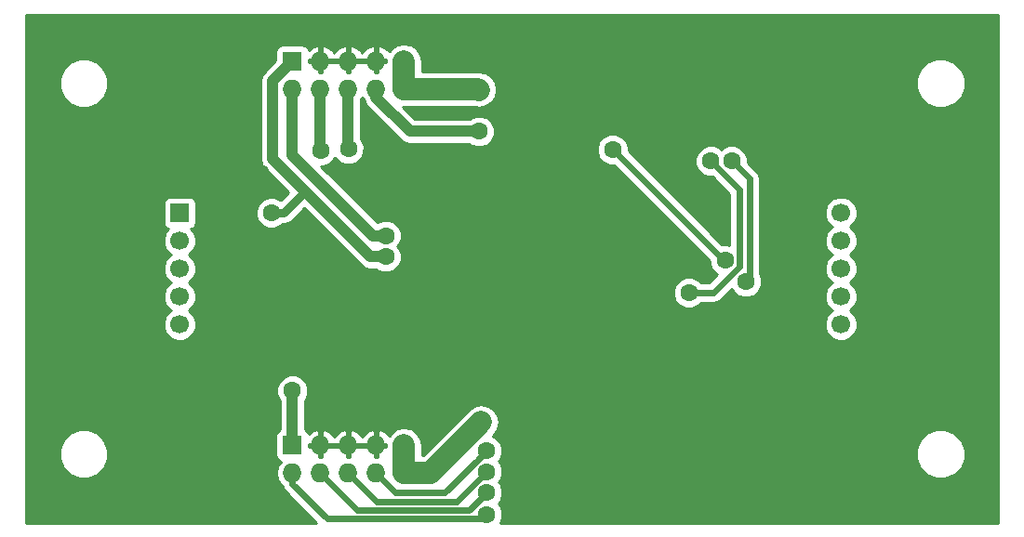
<source format=gbr>
%TF.GenerationSoftware,KiCad,Pcbnew,no-vcs-found-b05a40e~61~ubuntu16.04.1*%
%TF.CreationDate,2017-12-24T14:58:55+02:00*%
%TF.ProjectId,7-segment-block,372D7365676D656E742D626C6F636B2E,rev?*%
%TF.SameCoordinates,Original*%
%TF.FileFunction,Copper,L1,Top,Signal*%
%TF.FilePolarity,Positive*%
%FSLAX46Y46*%
G04 Gerber Fmt 4.6, Leading zero omitted, Abs format (unit mm)*
G04 Created by KiCad (PCBNEW no-vcs-found-b05a40e~61~ubuntu16.04.1) date Sun Dec 24 14:58:55 2017*
%MOMM*%
%LPD*%
G01*
G04 APERTURE LIST*
%TA.AperFunction,ComponentPad*%
%ADD10O,1.727200X1.727200*%
%TD*%
%TA.AperFunction,ComponentPad*%
%ADD11R,1.727200X1.727200*%
%TD*%
%TA.AperFunction,ComponentPad*%
%ADD12C,1.700000*%
%TD*%
%TA.AperFunction,ComponentPad*%
%ADD13R,1.700000X1.700000*%
%TD*%
%TA.AperFunction,ViaPad*%
%ADD14C,1.600000*%
%TD*%
%TA.AperFunction,Conductor*%
%ADD15C,1.000000*%
%TD*%
%TA.AperFunction,Conductor*%
%ADD16C,0.800000*%
%TD*%
%TA.AperFunction,Conductor*%
%ADD17C,2.000000*%
%TD*%
%TA.AperFunction,Conductor*%
%ADD18C,0.600000*%
%TD*%
%TA.AperFunction,Conductor*%
%ADD19C,0.254000*%
%TD*%
G04 APERTURE END LIST*
D10*
%TO.P,J1,10*%
%TO.N,VCC*%
X151160000Y-86540000D03*
%TO.P,J1,9*%
X151160000Y-84000000D03*
%TO.P,J1,8*%
%TO.N,Net-(J1-Pad8)*%
X148620000Y-86540000D03*
%TO.P,J1,7*%
%TO.N,GND*%
X148620000Y-84000000D03*
%TO.P,J1,6*%
%TO.N,Net-(J1-Pad6)*%
X146080000Y-86540000D03*
%TO.P,J1,5*%
%TO.N,GND*%
X146080000Y-84000000D03*
%TO.P,J1,4*%
%TO.N,Net-(J1-Pad4)*%
X143540000Y-86540000D03*
%TO.P,J1,3*%
%TO.N,GND*%
X143540000Y-84000000D03*
%TO.P,J1,2*%
%TO.N,Net-(J1-Pad2)*%
X141000000Y-86540000D03*
D11*
%TO.P,J1,1*%
%TO.N,+5V*%
X141000000Y-84000000D03*
%TD*%
D12*
%TO.P,AFF1,10*%
%TO.N,/SEG_G*%
X190950000Y-62825000D03*
%TO.P,AFF1,9*%
%TO.N,/SEG_F*%
X190950000Y-65365000D03*
%TO.P,AFF1,8*%
%TO.N,VCC*%
X190950000Y-67905000D03*
%TO.P,AFF1,7*%
%TO.N,/SEG_A*%
X190950000Y-70445000D03*
%TO.P,AFF1,6*%
%TO.N,/SEG_B*%
X190950000Y-72985000D03*
%TO.P,AFF1,5*%
%TO.N,/SEG_DP*%
X130750000Y-72985000D03*
%TO.P,AFF1,4*%
%TO.N,/SEG_C*%
X130750000Y-70445000D03*
%TO.P,AFF1,3*%
%TO.N,/SEG_D*%
X130750000Y-67905000D03*
%TO.P,AFF1,2*%
%TO.N,/SEG_E*%
X130750000Y-65365000D03*
D13*
%TO.P,AFF1,1*%
%TO.N,VCC*%
X130750000Y-62825000D03*
%TD*%
D11*
%TO.P,J2,1*%
%TO.N,+5V*%
X141000000Y-49000000D03*
D10*
%TO.P,J2,2*%
%TO.N,/SER_IN*%
X141000000Y-51540000D03*
%TO.P,J2,3*%
%TO.N,GND*%
X143540000Y-49000000D03*
%TO.P,J2,4*%
%TO.N,/~G*%
X143540000Y-51540000D03*
%TO.P,J2,5*%
%TO.N,GND*%
X146080000Y-49000000D03*
%TO.P,J2,6*%
%TO.N,/SRCK*%
X146080000Y-51540000D03*
%TO.P,J2,7*%
%TO.N,GND*%
X148620000Y-49000000D03*
%TO.P,J2,8*%
%TO.N,/RCK*%
X148620000Y-51540000D03*
%TO.P,J2,9*%
%TO.N,VCC*%
X151160000Y-49000000D03*
%TO.P,J2,10*%
X151160000Y-51540000D03*
%TD*%
D14*
%TO.N,GND*%
X184750000Y-58750000D03*
X158000000Y-46600000D03*
X157999998Y-49000000D03*
X138100000Y-59200000D03*
X158300000Y-76300000D03*
%TO.N,/RCK*%
X157999996Y-55400000D03*
%TO.N,+5V*%
X139100000Y-62800000D03*
%TO.N,VCC*%
X158000002Y-51600000D03*
%TO.N,GND*%
X171000000Y-73000000D03*
X172000000Y-86000000D03*
X150000000Y-79000000D03*
X148000000Y-79000000D03*
X146000000Y-79000000D03*
X144000000Y-79000000D03*
X134000000Y-47000000D03*
X134000000Y-49000000D03*
X174200000Y-69200000D03*
X177000000Y-67800000D03*
%TO.N,/SRCK*%
X146100000Y-57000000D03*
%TO.N,/RCK*%
X177099998Y-70100002D03*
X179100000Y-58100000D03*
%TO.N,Net-(J1-Pad2)*%
X158700000Y-90300000D03*
%TO.N,/~G*%
X180400010Y-67148360D03*
X143600000Y-57100000D03*
X170150000Y-57055000D03*
%TO.N,/SER_IN*%
X149500000Y-64900000D03*
%TO.N,+5V*%
X141000000Y-79000000D03*
X149500000Y-66800000D03*
%TO.N,VCC*%
X158200000Y-81900000D03*
%TO.N,Net-(J1-Pad8)*%
X158700000Y-84500000D03*
%TO.N,Net-(J1-Pad6)*%
X158700000Y-86400000D03*
%TO.N,Net-(J1-Pad4)*%
X158700000Y-88300000D03*
%TO.N,/SER_OUT*%
X182300000Y-69100000D03*
X181000000Y-58100000D03*
%TD*%
D15*
%TO.N,/RCK*%
X148620000Y-51540000D02*
X148620000Y-52320000D01*
X148620000Y-52320000D02*
X151700000Y-55400000D01*
X156868626Y-55400000D02*
X157999996Y-55400000D01*
X151700000Y-55400000D02*
X156868626Y-55400000D01*
%TO.N,+5V*%
X139200000Y-57900000D02*
X142400000Y-61100000D01*
X142400000Y-61100000D02*
X148100000Y-66800000D01*
D16*
X139100000Y-62800000D02*
X140231370Y-62800000D01*
X140231370Y-62800000D02*
X141931370Y-61100000D01*
X141931370Y-61100000D02*
X142400000Y-61100000D01*
D17*
%TO.N,VCC*%
X157940002Y-51540000D02*
X158000002Y-51600000D01*
X151160000Y-51540000D02*
X157940002Y-51540000D01*
X151160000Y-86540000D02*
X153560000Y-86540000D01*
X153560000Y-86540000D02*
X158200000Y-81900000D01*
D15*
%TO.N,/SRCK*%
X146080000Y-51540000D02*
X146080000Y-56980000D01*
D18*
X146080000Y-56980000D02*
X146100000Y-57000000D01*
%TO.N,/RCK*%
X181700011Y-60700011D02*
X181700011Y-67731359D01*
X179331368Y-70100002D02*
X178231368Y-70100002D01*
X178231368Y-70100002D02*
X177099998Y-70100002D01*
X181700011Y-67731359D02*
X179331368Y-70100002D01*
X179100000Y-58100000D02*
X181700011Y-60700011D01*
%TO.N,Net-(J1-Pad2)*%
X141000000Y-86540000D02*
X141000000Y-87540000D01*
X141000000Y-87540000D02*
X144160000Y-90700000D01*
X158300000Y-90700000D02*
X158700000Y-90300000D01*
X144160000Y-90700000D02*
X158300000Y-90700000D01*
%TO.N,/~G*%
X180243360Y-67148360D02*
X180400010Y-67148360D01*
X170150000Y-57055000D02*
X180243360Y-67148360D01*
D15*
X143540000Y-51540000D02*
X143540000Y-57040000D01*
D18*
X143540000Y-57040000D02*
X143600000Y-57100000D01*
D15*
%TO.N,/SER_IN*%
X141000000Y-51540000D02*
X141000000Y-57531370D01*
X148368630Y-64900000D02*
X149500000Y-64900000D01*
X141000000Y-57531370D02*
X148368630Y-64900000D01*
%TO.N,+5V*%
X141000000Y-79000000D02*
X141000000Y-84000000D01*
X148100000Y-66800000D02*
X149500000Y-66800000D01*
X139200000Y-50800000D02*
X139200000Y-57900000D01*
X141000000Y-49000000D02*
X139200000Y-50800000D01*
D17*
%TO.N,VCC*%
X151160000Y-86540000D02*
X151160000Y-84000000D01*
X151160000Y-51540000D02*
X151160000Y-49000000D01*
D18*
%TO.N,Net-(J1-Pad8)*%
X148620000Y-86540000D02*
X150379967Y-88299967D01*
X157900001Y-85299999D02*
X158700000Y-84500000D01*
X154900033Y-88299967D02*
X157900001Y-85299999D01*
X150379967Y-88299967D02*
X154900033Y-88299967D01*
%TO.N,Net-(J1-Pad6)*%
X156000022Y-89099978D02*
X157900001Y-87199999D01*
X157900001Y-87199999D02*
X158700000Y-86400000D01*
X146080000Y-86540000D02*
X148639978Y-89099978D01*
X148639978Y-89099978D02*
X156000022Y-89099978D01*
%TO.N,Net-(J1-Pad4)*%
X157100011Y-89899989D02*
X157900001Y-89099999D01*
X146899989Y-89899989D02*
X157100011Y-89899989D01*
X143540000Y-86540000D02*
X146899989Y-89899989D01*
X157900001Y-89099999D02*
X158700000Y-88300000D01*
%TO.N,/SER_OUT*%
X181000000Y-58100000D02*
X182600000Y-59700000D01*
X182600000Y-59700000D02*
X182600000Y-68800000D01*
X182600000Y-68800000D02*
X182300000Y-69100000D01*
%TD*%
D19*
%TO.N,GND*%
G36*
X205265000Y-91065000D02*
X159936139Y-91065000D01*
X160134750Y-90586691D01*
X160135248Y-90015813D01*
X159917243Y-89488200D01*
X159729397Y-89300026D01*
X159915824Y-89113923D01*
X160134750Y-88586691D01*
X160135248Y-88015813D01*
X159917243Y-87488200D01*
X159779396Y-87350113D01*
X159915824Y-87213923D01*
X160134750Y-86686691D01*
X160135248Y-86115813D01*
X159917243Y-85588200D01*
X159779396Y-85450113D01*
X159915824Y-85313923D01*
X159945432Y-85242619D01*
X197764613Y-85242619D01*
X198104155Y-86064372D01*
X198732321Y-86693636D01*
X199553481Y-87034611D01*
X200442619Y-87035387D01*
X201264372Y-86695845D01*
X201893636Y-86067679D01*
X202234611Y-85246519D01*
X202235387Y-84357381D01*
X201895845Y-83535628D01*
X201267679Y-82906364D01*
X200446519Y-82565389D01*
X199557381Y-82564613D01*
X198735628Y-82904155D01*
X198106364Y-83532321D01*
X197765389Y-84353481D01*
X197764613Y-85242619D01*
X159945432Y-85242619D01*
X160134750Y-84786691D01*
X160135248Y-84215813D01*
X159917243Y-83688200D01*
X159513923Y-83284176D01*
X159241277Y-83170963D01*
X159356120Y-83056120D01*
X159710543Y-82525688D01*
X159835001Y-81900000D01*
X159710543Y-81274312D01*
X159356120Y-80743880D01*
X158825688Y-80389457D01*
X158200000Y-80264999D01*
X157574312Y-80389457D01*
X157043880Y-80743880D01*
X152882760Y-84905000D01*
X152795000Y-84905000D01*
X152795000Y-84000000D01*
X152670543Y-83374313D01*
X152316120Y-82843880D01*
X151785687Y-82489457D01*
X151160000Y-82365000D01*
X150534313Y-82489457D01*
X150003880Y-82843880D01*
X149825725Y-83110509D01*
X149394947Y-82717312D01*
X148979026Y-82545042D01*
X148747000Y-82666183D01*
X148747000Y-83873000D01*
X149550262Y-83873000D01*
X149525000Y-84000000D01*
X149525000Y-84127000D01*
X148747000Y-84127000D01*
X148747000Y-85037303D01*
X148620000Y-85012041D01*
X148493000Y-85037303D01*
X148493000Y-84127000D01*
X146207000Y-84127000D01*
X146207000Y-85037303D01*
X146080000Y-85012041D01*
X145953000Y-85037303D01*
X145953000Y-84127000D01*
X143667000Y-84127000D01*
X143667000Y-85037303D01*
X143540000Y-85012041D01*
X143413000Y-85037303D01*
X143413000Y-84127000D01*
X142511040Y-84127000D01*
X142511040Y-83873000D01*
X143413000Y-83873000D01*
X143413000Y-82666183D01*
X143667000Y-82666183D01*
X143667000Y-83873000D01*
X145953000Y-83873000D01*
X145953000Y-82666183D01*
X146207000Y-82666183D01*
X146207000Y-83873000D01*
X148493000Y-83873000D01*
X148493000Y-82666183D01*
X148260974Y-82545042D01*
X147845053Y-82717312D01*
X147413179Y-83111510D01*
X147350000Y-83246313D01*
X147286821Y-83111510D01*
X146854947Y-82717312D01*
X146439026Y-82545042D01*
X146207000Y-82666183D01*
X145953000Y-82666183D01*
X145720974Y-82545042D01*
X145305053Y-82717312D01*
X144873179Y-83111510D01*
X144810000Y-83246313D01*
X144746821Y-83111510D01*
X144314947Y-82717312D01*
X143899026Y-82545042D01*
X143667000Y-82666183D01*
X143413000Y-82666183D01*
X143180974Y-82545042D01*
X142765053Y-82717312D01*
X142479520Y-82977936D01*
X142461757Y-82888635D01*
X142321409Y-82678591D01*
X142135000Y-82554036D01*
X142135000Y-79894606D01*
X142215824Y-79813923D01*
X142434750Y-79286691D01*
X142435248Y-78715813D01*
X142217243Y-78188200D01*
X141813923Y-77784176D01*
X141286691Y-77565250D01*
X140715813Y-77564752D01*
X140188200Y-77782757D01*
X139784176Y-78186077D01*
X139565250Y-78713309D01*
X139564752Y-79284187D01*
X139782757Y-79811800D01*
X139865000Y-79894187D01*
X139865000Y-82554036D01*
X139678591Y-82678591D01*
X139538243Y-82888635D01*
X139488960Y-83136400D01*
X139488960Y-84863600D01*
X139538243Y-85111365D01*
X139678591Y-85321409D01*
X139888635Y-85461757D01*
X139927904Y-85469568D01*
X139615474Y-85937152D01*
X139501400Y-86510641D01*
X139501400Y-86569359D01*
X139615474Y-87142848D01*
X139940330Y-87629029D01*
X140104533Y-87738746D01*
X140136173Y-87897809D01*
X140338855Y-88201145D01*
X143202710Y-91065000D01*
X116735000Y-91065000D01*
X116735000Y-85242619D01*
X119764613Y-85242619D01*
X120104155Y-86064372D01*
X120732321Y-86693636D01*
X121553481Y-87034611D01*
X122442619Y-87035387D01*
X123264372Y-86695845D01*
X123893636Y-86067679D01*
X124234611Y-85246519D01*
X124235387Y-84357381D01*
X123895845Y-83535628D01*
X123267679Y-82906364D01*
X122446519Y-82565389D01*
X121557381Y-82564613D01*
X120735628Y-82904155D01*
X120106364Y-83532321D01*
X119765389Y-84353481D01*
X119764613Y-85242619D01*
X116735000Y-85242619D01*
X116735000Y-61975000D01*
X129252560Y-61975000D01*
X129252560Y-63675000D01*
X129301843Y-63922765D01*
X129442191Y-64132809D01*
X129652235Y-64273157D01*
X129726925Y-64288014D01*
X129491812Y-64522717D01*
X129265258Y-65068319D01*
X129264743Y-65659089D01*
X129490344Y-66205086D01*
X129907717Y-66623188D01*
X129935557Y-66634748D01*
X129909914Y-66645344D01*
X129491812Y-67062717D01*
X129265258Y-67608319D01*
X129264743Y-68199089D01*
X129490344Y-68745086D01*
X129907717Y-69163188D01*
X129935557Y-69174748D01*
X129909914Y-69185344D01*
X129491812Y-69602717D01*
X129265258Y-70148319D01*
X129264743Y-70739089D01*
X129490344Y-71285086D01*
X129907717Y-71703188D01*
X129935557Y-71714748D01*
X129909914Y-71725344D01*
X129491812Y-72142717D01*
X129265258Y-72688319D01*
X129264743Y-73279089D01*
X129490344Y-73825086D01*
X129907717Y-74243188D01*
X130453319Y-74469742D01*
X131044089Y-74470257D01*
X131590086Y-74244656D01*
X132008188Y-73827283D01*
X132234742Y-73281681D01*
X132235257Y-72690911D01*
X132009656Y-72144914D01*
X131592283Y-71726812D01*
X131564443Y-71715252D01*
X131590086Y-71704656D01*
X132008188Y-71287283D01*
X132234742Y-70741681D01*
X132235257Y-70150911D01*
X132009656Y-69604914D01*
X131592283Y-69186812D01*
X131564443Y-69175252D01*
X131590086Y-69164656D01*
X132008188Y-68747283D01*
X132234742Y-68201681D01*
X132235257Y-67610911D01*
X132009656Y-67064914D01*
X131592283Y-66646812D01*
X131564443Y-66635252D01*
X131590086Y-66624656D01*
X132008188Y-66207283D01*
X132234742Y-65661681D01*
X132235257Y-65070911D01*
X132009656Y-64524914D01*
X131773153Y-64287998D01*
X131847765Y-64273157D01*
X132057809Y-64132809D01*
X132198157Y-63922765D01*
X132247440Y-63675000D01*
X132247440Y-63084187D01*
X137664752Y-63084187D01*
X137882757Y-63611800D01*
X138286077Y-64015824D01*
X138813309Y-64234750D01*
X139384187Y-64235248D01*
X139911800Y-64017243D01*
X140094361Y-63835000D01*
X140231365Y-63835000D01*
X140231370Y-63835001D01*
X140627447Y-63756215D01*
X140963226Y-63531856D01*
X142094975Y-62400107D01*
X147297434Y-67602566D01*
X147665654Y-67848603D01*
X148100000Y-67935000D01*
X148605394Y-67935000D01*
X148686077Y-68015824D01*
X149213309Y-68234750D01*
X149784187Y-68235248D01*
X150311800Y-68017243D01*
X150715824Y-67613923D01*
X150934750Y-67086691D01*
X150935248Y-66515813D01*
X150717243Y-65988200D01*
X150579396Y-65850113D01*
X150715824Y-65713923D01*
X150934750Y-65186691D01*
X150935248Y-64615813D01*
X150717243Y-64088200D01*
X150313923Y-63684176D01*
X149786691Y-63465250D01*
X149215813Y-63464752D01*
X148736544Y-63662782D01*
X143608770Y-58535008D01*
X143884187Y-58535248D01*
X144411800Y-58317243D01*
X144815824Y-57913923D01*
X144870523Y-57782192D01*
X144882757Y-57811800D01*
X145286077Y-58215824D01*
X145813309Y-58434750D01*
X146384187Y-58435248D01*
X146911800Y-58217243D01*
X147315824Y-57813923D01*
X147512951Y-57339187D01*
X168714752Y-57339187D01*
X168932757Y-57866800D01*
X169336077Y-58270824D01*
X169863309Y-58489750D01*
X170262808Y-58490098D01*
X178964972Y-67192262D01*
X178964762Y-67432547D01*
X179182767Y-67960160D01*
X179586087Y-68364184D01*
X179698301Y-68410779D01*
X178944078Y-69165002D01*
X178194256Y-69165002D01*
X177913921Y-68884178D01*
X177386689Y-68665252D01*
X176815811Y-68664754D01*
X176288198Y-68882759D01*
X175884174Y-69286079D01*
X175665248Y-69813311D01*
X175664750Y-70384189D01*
X175882755Y-70911802D01*
X176286075Y-71315826D01*
X176813307Y-71534752D01*
X177384185Y-71535250D01*
X177911798Y-71317245D01*
X178194534Y-71035002D01*
X179331368Y-71035002D01*
X179689177Y-70963829D01*
X179992513Y-70761147D01*
X181012323Y-69741337D01*
X181082757Y-69911800D01*
X181486077Y-70315824D01*
X182013309Y-70534750D01*
X182584187Y-70535248D01*
X183111800Y-70317243D01*
X183515824Y-69913923D01*
X183734750Y-69386691D01*
X183735248Y-68815813D01*
X183535000Y-68331175D01*
X183535000Y-63119089D01*
X189464743Y-63119089D01*
X189690344Y-63665086D01*
X190107717Y-64083188D01*
X190135557Y-64094748D01*
X190109914Y-64105344D01*
X189691812Y-64522717D01*
X189465258Y-65068319D01*
X189464743Y-65659089D01*
X189690344Y-66205086D01*
X190107717Y-66623188D01*
X190135557Y-66634748D01*
X190109914Y-66645344D01*
X189691812Y-67062717D01*
X189465258Y-67608319D01*
X189464743Y-68199089D01*
X189690344Y-68745086D01*
X190107717Y-69163188D01*
X190135557Y-69174748D01*
X190109914Y-69185344D01*
X189691812Y-69602717D01*
X189465258Y-70148319D01*
X189464743Y-70739089D01*
X189690344Y-71285086D01*
X190107717Y-71703188D01*
X190135557Y-71714748D01*
X190109914Y-71725344D01*
X189691812Y-72142717D01*
X189465258Y-72688319D01*
X189464743Y-73279089D01*
X189690344Y-73825086D01*
X190107717Y-74243188D01*
X190653319Y-74469742D01*
X191244089Y-74470257D01*
X191790086Y-74244656D01*
X192208188Y-73827283D01*
X192434742Y-73281681D01*
X192435257Y-72690911D01*
X192209656Y-72144914D01*
X191792283Y-71726812D01*
X191764443Y-71715252D01*
X191790086Y-71704656D01*
X192208188Y-71287283D01*
X192434742Y-70741681D01*
X192435257Y-70150911D01*
X192209656Y-69604914D01*
X191792283Y-69186812D01*
X191764443Y-69175252D01*
X191790086Y-69164656D01*
X192208188Y-68747283D01*
X192434742Y-68201681D01*
X192435257Y-67610911D01*
X192209656Y-67064914D01*
X191792283Y-66646812D01*
X191764443Y-66635252D01*
X191790086Y-66624656D01*
X192208188Y-66207283D01*
X192434742Y-65661681D01*
X192435257Y-65070911D01*
X192209656Y-64524914D01*
X191792283Y-64106812D01*
X191764443Y-64095252D01*
X191790086Y-64084656D01*
X192208188Y-63667283D01*
X192434742Y-63121681D01*
X192435257Y-62530911D01*
X192209656Y-61984914D01*
X191792283Y-61566812D01*
X191246681Y-61340258D01*
X190655911Y-61339743D01*
X190109914Y-61565344D01*
X189691812Y-61982717D01*
X189465258Y-62528319D01*
X189464743Y-63119089D01*
X183535000Y-63119089D01*
X183535000Y-59700000D01*
X183463827Y-59342191D01*
X183261145Y-59038855D01*
X182434902Y-58212612D01*
X182435248Y-57815813D01*
X182217243Y-57288200D01*
X181813923Y-56884176D01*
X181286691Y-56665250D01*
X180715813Y-56664752D01*
X180188200Y-56882757D01*
X180050113Y-57020604D01*
X179913923Y-56884176D01*
X179386691Y-56665250D01*
X178815813Y-56664752D01*
X178288200Y-56882757D01*
X177884176Y-57286077D01*
X177665250Y-57813309D01*
X177664752Y-58384187D01*
X177882757Y-58911800D01*
X178286077Y-59315824D01*
X178813309Y-59534750D01*
X179212808Y-59535098D01*
X180765011Y-61087301D01*
X180765011Y-65746127D01*
X180686701Y-65713610D01*
X180130415Y-65713125D01*
X171584902Y-57167612D01*
X171585248Y-56770813D01*
X171367243Y-56243200D01*
X170963923Y-55839176D01*
X170436691Y-55620250D01*
X169865813Y-55619752D01*
X169338200Y-55837757D01*
X168934176Y-56241077D01*
X168715250Y-56768309D01*
X168714752Y-57339187D01*
X147512951Y-57339187D01*
X147534750Y-57286691D01*
X147535248Y-56715813D01*
X147317243Y-56188200D01*
X147215000Y-56085779D01*
X147215000Y-52516290D01*
X147350000Y-52314248D01*
X147540595Y-52599493D01*
X147571397Y-52754346D01*
X147817434Y-53122566D01*
X150897434Y-56202566D01*
X151265654Y-56448603D01*
X151700000Y-56535000D01*
X157105390Y-56535000D01*
X157186073Y-56615824D01*
X157713305Y-56834750D01*
X158284183Y-56835248D01*
X158811796Y-56617243D01*
X159215820Y-56213923D01*
X159434746Y-55686691D01*
X159435244Y-55115813D01*
X159217239Y-54588200D01*
X158813919Y-54184176D01*
X158286687Y-53965250D01*
X157715809Y-53964752D01*
X157188196Y-54182757D01*
X157105809Y-54265000D01*
X152170132Y-54265000D01*
X151060301Y-53155169D01*
X151160000Y-53175000D01*
X157698359Y-53175000D01*
X158000002Y-53235001D01*
X158625690Y-53110543D01*
X159156122Y-52756120D01*
X159510545Y-52225688D01*
X159635003Y-51600000D01*
X159603698Y-51442619D01*
X197764613Y-51442619D01*
X198104155Y-52264372D01*
X198732321Y-52893636D01*
X199553481Y-53234611D01*
X200442619Y-53235387D01*
X201264372Y-52895845D01*
X201893636Y-52267679D01*
X202234611Y-51446519D01*
X202235387Y-50557381D01*
X201895845Y-49735628D01*
X201267679Y-49106364D01*
X200446519Y-48765389D01*
X199557381Y-48764613D01*
X198735628Y-49104155D01*
X198106364Y-49732321D01*
X197765389Y-50553481D01*
X197764613Y-51442619D01*
X159603698Y-51442619D01*
X159510545Y-50974312D01*
X159156122Y-50443881D01*
X159096122Y-50383880D01*
X158565690Y-50029457D01*
X157940002Y-49904999D01*
X157939997Y-49905000D01*
X152795000Y-49905000D01*
X152795000Y-49000000D01*
X152670543Y-48374313D01*
X152316120Y-47843880D01*
X151785687Y-47489457D01*
X151160000Y-47365000D01*
X150534313Y-47489457D01*
X150003880Y-47843880D01*
X149825725Y-48110509D01*
X149394947Y-47717312D01*
X148979026Y-47545042D01*
X148747000Y-47666183D01*
X148747000Y-48873000D01*
X149550262Y-48873000D01*
X149525000Y-49000000D01*
X149525000Y-49127000D01*
X148747000Y-49127000D01*
X148747000Y-50037303D01*
X148620000Y-50012041D01*
X148493000Y-50037303D01*
X148493000Y-49127000D01*
X146207000Y-49127000D01*
X146207000Y-50037303D01*
X146080000Y-50012041D01*
X145953000Y-50037303D01*
X145953000Y-49127000D01*
X143667000Y-49127000D01*
X143667000Y-50037303D01*
X143540000Y-50012041D01*
X143413000Y-50037303D01*
X143413000Y-49127000D01*
X142511040Y-49127000D01*
X142511040Y-48873000D01*
X143413000Y-48873000D01*
X143413000Y-47666183D01*
X143667000Y-47666183D01*
X143667000Y-48873000D01*
X145953000Y-48873000D01*
X145953000Y-47666183D01*
X146207000Y-47666183D01*
X146207000Y-48873000D01*
X148493000Y-48873000D01*
X148493000Y-47666183D01*
X148260974Y-47545042D01*
X147845053Y-47717312D01*
X147413179Y-48111510D01*
X147350000Y-48246313D01*
X147286821Y-48111510D01*
X146854947Y-47717312D01*
X146439026Y-47545042D01*
X146207000Y-47666183D01*
X145953000Y-47666183D01*
X145720974Y-47545042D01*
X145305053Y-47717312D01*
X144873179Y-48111510D01*
X144810000Y-48246313D01*
X144746821Y-48111510D01*
X144314947Y-47717312D01*
X143899026Y-47545042D01*
X143667000Y-47666183D01*
X143413000Y-47666183D01*
X143180974Y-47545042D01*
X142765053Y-47717312D01*
X142479520Y-47977936D01*
X142461757Y-47888635D01*
X142321409Y-47678591D01*
X142111365Y-47538243D01*
X141863600Y-47488960D01*
X140136400Y-47488960D01*
X139888635Y-47538243D01*
X139678591Y-47678591D01*
X139538243Y-47888635D01*
X139488960Y-48136400D01*
X139488960Y-48905908D01*
X138397434Y-49997434D01*
X138151397Y-50365654D01*
X138065000Y-50800000D01*
X138065000Y-57900000D01*
X138151397Y-58334346D01*
X138285303Y-58534750D01*
X138397434Y-58702566D01*
X140631263Y-60936395D01*
X139948672Y-61618986D01*
X139913923Y-61584176D01*
X139386691Y-61365250D01*
X138815813Y-61364752D01*
X138288200Y-61582757D01*
X137884176Y-61986077D01*
X137665250Y-62513309D01*
X137664752Y-63084187D01*
X132247440Y-63084187D01*
X132247440Y-61975000D01*
X132198157Y-61727235D01*
X132057809Y-61517191D01*
X131847765Y-61376843D01*
X131600000Y-61327560D01*
X129900000Y-61327560D01*
X129652235Y-61376843D01*
X129442191Y-61517191D01*
X129301843Y-61727235D01*
X129252560Y-61975000D01*
X116735000Y-61975000D01*
X116735000Y-51442619D01*
X119764613Y-51442619D01*
X120104155Y-52264372D01*
X120732321Y-52893636D01*
X121553481Y-53234611D01*
X122442619Y-53235387D01*
X123264372Y-52895845D01*
X123893636Y-52267679D01*
X124234611Y-51446519D01*
X124235387Y-50557381D01*
X123895845Y-49735628D01*
X123267679Y-49106364D01*
X122446519Y-48765389D01*
X121557381Y-48764613D01*
X120735628Y-49104155D01*
X120106364Y-49732321D01*
X119765389Y-50553481D01*
X119764613Y-51442619D01*
X116735000Y-51442619D01*
X116735000Y-44735000D01*
X205265000Y-44735000D01*
X205265000Y-91065000D01*
X205265000Y-91065000D01*
G37*
X205265000Y-91065000D02*
X159936139Y-91065000D01*
X160134750Y-90586691D01*
X160135248Y-90015813D01*
X159917243Y-89488200D01*
X159729397Y-89300026D01*
X159915824Y-89113923D01*
X160134750Y-88586691D01*
X160135248Y-88015813D01*
X159917243Y-87488200D01*
X159779396Y-87350113D01*
X159915824Y-87213923D01*
X160134750Y-86686691D01*
X160135248Y-86115813D01*
X159917243Y-85588200D01*
X159779396Y-85450113D01*
X159915824Y-85313923D01*
X159945432Y-85242619D01*
X197764613Y-85242619D01*
X198104155Y-86064372D01*
X198732321Y-86693636D01*
X199553481Y-87034611D01*
X200442619Y-87035387D01*
X201264372Y-86695845D01*
X201893636Y-86067679D01*
X202234611Y-85246519D01*
X202235387Y-84357381D01*
X201895845Y-83535628D01*
X201267679Y-82906364D01*
X200446519Y-82565389D01*
X199557381Y-82564613D01*
X198735628Y-82904155D01*
X198106364Y-83532321D01*
X197765389Y-84353481D01*
X197764613Y-85242619D01*
X159945432Y-85242619D01*
X160134750Y-84786691D01*
X160135248Y-84215813D01*
X159917243Y-83688200D01*
X159513923Y-83284176D01*
X159241277Y-83170963D01*
X159356120Y-83056120D01*
X159710543Y-82525688D01*
X159835001Y-81900000D01*
X159710543Y-81274312D01*
X159356120Y-80743880D01*
X158825688Y-80389457D01*
X158200000Y-80264999D01*
X157574312Y-80389457D01*
X157043880Y-80743880D01*
X152882760Y-84905000D01*
X152795000Y-84905000D01*
X152795000Y-84000000D01*
X152670543Y-83374313D01*
X152316120Y-82843880D01*
X151785687Y-82489457D01*
X151160000Y-82365000D01*
X150534313Y-82489457D01*
X150003880Y-82843880D01*
X149825725Y-83110509D01*
X149394947Y-82717312D01*
X148979026Y-82545042D01*
X148747000Y-82666183D01*
X148747000Y-83873000D01*
X149550262Y-83873000D01*
X149525000Y-84000000D01*
X149525000Y-84127000D01*
X148747000Y-84127000D01*
X148747000Y-85037303D01*
X148620000Y-85012041D01*
X148493000Y-85037303D01*
X148493000Y-84127000D01*
X146207000Y-84127000D01*
X146207000Y-85037303D01*
X146080000Y-85012041D01*
X145953000Y-85037303D01*
X145953000Y-84127000D01*
X143667000Y-84127000D01*
X143667000Y-85037303D01*
X143540000Y-85012041D01*
X143413000Y-85037303D01*
X143413000Y-84127000D01*
X142511040Y-84127000D01*
X142511040Y-83873000D01*
X143413000Y-83873000D01*
X143413000Y-82666183D01*
X143667000Y-82666183D01*
X143667000Y-83873000D01*
X145953000Y-83873000D01*
X145953000Y-82666183D01*
X146207000Y-82666183D01*
X146207000Y-83873000D01*
X148493000Y-83873000D01*
X148493000Y-82666183D01*
X148260974Y-82545042D01*
X147845053Y-82717312D01*
X147413179Y-83111510D01*
X147350000Y-83246313D01*
X147286821Y-83111510D01*
X146854947Y-82717312D01*
X146439026Y-82545042D01*
X146207000Y-82666183D01*
X145953000Y-82666183D01*
X145720974Y-82545042D01*
X145305053Y-82717312D01*
X144873179Y-83111510D01*
X144810000Y-83246313D01*
X144746821Y-83111510D01*
X144314947Y-82717312D01*
X143899026Y-82545042D01*
X143667000Y-82666183D01*
X143413000Y-82666183D01*
X143180974Y-82545042D01*
X142765053Y-82717312D01*
X142479520Y-82977936D01*
X142461757Y-82888635D01*
X142321409Y-82678591D01*
X142135000Y-82554036D01*
X142135000Y-79894606D01*
X142215824Y-79813923D01*
X142434750Y-79286691D01*
X142435248Y-78715813D01*
X142217243Y-78188200D01*
X141813923Y-77784176D01*
X141286691Y-77565250D01*
X140715813Y-77564752D01*
X140188200Y-77782757D01*
X139784176Y-78186077D01*
X139565250Y-78713309D01*
X139564752Y-79284187D01*
X139782757Y-79811800D01*
X139865000Y-79894187D01*
X139865000Y-82554036D01*
X139678591Y-82678591D01*
X139538243Y-82888635D01*
X139488960Y-83136400D01*
X139488960Y-84863600D01*
X139538243Y-85111365D01*
X139678591Y-85321409D01*
X139888635Y-85461757D01*
X139927904Y-85469568D01*
X139615474Y-85937152D01*
X139501400Y-86510641D01*
X139501400Y-86569359D01*
X139615474Y-87142848D01*
X139940330Y-87629029D01*
X140104533Y-87738746D01*
X140136173Y-87897809D01*
X140338855Y-88201145D01*
X143202710Y-91065000D01*
X116735000Y-91065000D01*
X116735000Y-85242619D01*
X119764613Y-85242619D01*
X120104155Y-86064372D01*
X120732321Y-86693636D01*
X121553481Y-87034611D01*
X122442619Y-87035387D01*
X123264372Y-86695845D01*
X123893636Y-86067679D01*
X124234611Y-85246519D01*
X124235387Y-84357381D01*
X123895845Y-83535628D01*
X123267679Y-82906364D01*
X122446519Y-82565389D01*
X121557381Y-82564613D01*
X120735628Y-82904155D01*
X120106364Y-83532321D01*
X119765389Y-84353481D01*
X119764613Y-85242619D01*
X116735000Y-85242619D01*
X116735000Y-61975000D01*
X129252560Y-61975000D01*
X129252560Y-63675000D01*
X129301843Y-63922765D01*
X129442191Y-64132809D01*
X129652235Y-64273157D01*
X129726925Y-64288014D01*
X129491812Y-64522717D01*
X129265258Y-65068319D01*
X129264743Y-65659089D01*
X129490344Y-66205086D01*
X129907717Y-66623188D01*
X129935557Y-66634748D01*
X129909914Y-66645344D01*
X129491812Y-67062717D01*
X129265258Y-67608319D01*
X129264743Y-68199089D01*
X129490344Y-68745086D01*
X129907717Y-69163188D01*
X129935557Y-69174748D01*
X129909914Y-69185344D01*
X129491812Y-69602717D01*
X129265258Y-70148319D01*
X129264743Y-70739089D01*
X129490344Y-71285086D01*
X129907717Y-71703188D01*
X129935557Y-71714748D01*
X129909914Y-71725344D01*
X129491812Y-72142717D01*
X129265258Y-72688319D01*
X129264743Y-73279089D01*
X129490344Y-73825086D01*
X129907717Y-74243188D01*
X130453319Y-74469742D01*
X131044089Y-74470257D01*
X131590086Y-74244656D01*
X132008188Y-73827283D01*
X132234742Y-73281681D01*
X132235257Y-72690911D01*
X132009656Y-72144914D01*
X131592283Y-71726812D01*
X131564443Y-71715252D01*
X131590086Y-71704656D01*
X132008188Y-71287283D01*
X132234742Y-70741681D01*
X132235257Y-70150911D01*
X132009656Y-69604914D01*
X131592283Y-69186812D01*
X131564443Y-69175252D01*
X131590086Y-69164656D01*
X132008188Y-68747283D01*
X132234742Y-68201681D01*
X132235257Y-67610911D01*
X132009656Y-67064914D01*
X131592283Y-66646812D01*
X131564443Y-66635252D01*
X131590086Y-66624656D01*
X132008188Y-66207283D01*
X132234742Y-65661681D01*
X132235257Y-65070911D01*
X132009656Y-64524914D01*
X131773153Y-64287998D01*
X131847765Y-64273157D01*
X132057809Y-64132809D01*
X132198157Y-63922765D01*
X132247440Y-63675000D01*
X132247440Y-63084187D01*
X137664752Y-63084187D01*
X137882757Y-63611800D01*
X138286077Y-64015824D01*
X138813309Y-64234750D01*
X139384187Y-64235248D01*
X139911800Y-64017243D01*
X140094361Y-63835000D01*
X140231365Y-63835000D01*
X140231370Y-63835001D01*
X140627447Y-63756215D01*
X140963226Y-63531856D01*
X142094975Y-62400107D01*
X147297434Y-67602566D01*
X147665654Y-67848603D01*
X148100000Y-67935000D01*
X148605394Y-67935000D01*
X148686077Y-68015824D01*
X149213309Y-68234750D01*
X149784187Y-68235248D01*
X150311800Y-68017243D01*
X150715824Y-67613923D01*
X150934750Y-67086691D01*
X150935248Y-66515813D01*
X150717243Y-65988200D01*
X150579396Y-65850113D01*
X150715824Y-65713923D01*
X150934750Y-65186691D01*
X150935248Y-64615813D01*
X150717243Y-64088200D01*
X150313923Y-63684176D01*
X149786691Y-63465250D01*
X149215813Y-63464752D01*
X148736544Y-63662782D01*
X143608770Y-58535008D01*
X143884187Y-58535248D01*
X144411800Y-58317243D01*
X144815824Y-57913923D01*
X144870523Y-57782192D01*
X144882757Y-57811800D01*
X145286077Y-58215824D01*
X145813309Y-58434750D01*
X146384187Y-58435248D01*
X146911800Y-58217243D01*
X147315824Y-57813923D01*
X147512951Y-57339187D01*
X168714752Y-57339187D01*
X168932757Y-57866800D01*
X169336077Y-58270824D01*
X169863309Y-58489750D01*
X170262808Y-58490098D01*
X178964972Y-67192262D01*
X178964762Y-67432547D01*
X179182767Y-67960160D01*
X179586087Y-68364184D01*
X179698301Y-68410779D01*
X178944078Y-69165002D01*
X178194256Y-69165002D01*
X177913921Y-68884178D01*
X177386689Y-68665252D01*
X176815811Y-68664754D01*
X176288198Y-68882759D01*
X175884174Y-69286079D01*
X175665248Y-69813311D01*
X175664750Y-70384189D01*
X175882755Y-70911802D01*
X176286075Y-71315826D01*
X176813307Y-71534752D01*
X177384185Y-71535250D01*
X177911798Y-71317245D01*
X178194534Y-71035002D01*
X179331368Y-71035002D01*
X179689177Y-70963829D01*
X179992513Y-70761147D01*
X181012323Y-69741337D01*
X181082757Y-69911800D01*
X181486077Y-70315824D01*
X182013309Y-70534750D01*
X182584187Y-70535248D01*
X183111800Y-70317243D01*
X183515824Y-69913923D01*
X183734750Y-69386691D01*
X183735248Y-68815813D01*
X183535000Y-68331175D01*
X183535000Y-63119089D01*
X189464743Y-63119089D01*
X189690344Y-63665086D01*
X190107717Y-64083188D01*
X190135557Y-64094748D01*
X190109914Y-64105344D01*
X189691812Y-64522717D01*
X189465258Y-65068319D01*
X189464743Y-65659089D01*
X189690344Y-66205086D01*
X190107717Y-66623188D01*
X190135557Y-66634748D01*
X190109914Y-66645344D01*
X189691812Y-67062717D01*
X189465258Y-67608319D01*
X189464743Y-68199089D01*
X189690344Y-68745086D01*
X190107717Y-69163188D01*
X190135557Y-69174748D01*
X190109914Y-69185344D01*
X189691812Y-69602717D01*
X189465258Y-70148319D01*
X189464743Y-70739089D01*
X189690344Y-71285086D01*
X190107717Y-71703188D01*
X190135557Y-71714748D01*
X190109914Y-71725344D01*
X189691812Y-72142717D01*
X189465258Y-72688319D01*
X189464743Y-73279089D01*
X189690344Y-73825086D01*
X190107717Y-74243188D01*
X190653319Y-74469742D01*
X191244089Y-74470257D01*
X191790086Y-74244656D01*
X192208188Y-73827283D01*
X192434742Y-73281681D01*
X192435257Y-72690911D01*
X192209656Y-72144914D01*
X191792283Y-71726812D01*
X191764443Y-71715252D01*
X191790086Y-71704656D01*
X192208188Y-71287283D01*
X192434742Y-70741681D01*
X192435257Y-70150911D01*
X192209656Y-69604914D01*
X191792283Y-69186812D01*
X191764443Y-69175252D01*
X191790086Y-69164656D01*
X192208188Y-68747283D01*
X192434742Y-68201681D01*
X192435257Y-67610911D01*
X192209656Y-67064914D01*
X191792283Y-66646812D01*
X191764443Y-66635252D01*
X191790086Y-66624656D01*
X192208188Y-66207283D01*
X192434742Y-65661681D01*
X192435257Y-65070911D01*
X192209656Y-64524914D01*
X191792283Y-64106812D01*
X191764443Y-64095252D01*
X191790086Y-64084656D01*
X192208188Y-63667283D01*
X192434742Y-63121681D01*
X192435257Y-62530911D01*
X192209656Y-61984914D01*
X191792283Y-61566812D01*
X191246681Y-61340258D01*
X190655911Y-61339743D01*
X190109914Y-61565344D01*
X189691812Y-61982717D01*
X189465258Y-62528319D01*
X189464743Y-63119089D01*
X183535000Y-63119089D01*
X183535000Y-59700000D01*
X183463827Y-59342191D01*
X183261145Y-59038855D01*
X182434902Y-58212612D01*
X182435248Y-57815813D01*
X182217243Y-57288200D01*
X181813923Y-56884176D01*
X181286691Y-56665250D01*
X180715813Y-56664752D01*
X180188200Y-56882757D01*
X180050113Y-57020604D01*
X179913923Y-56884176D01*
X179386691Y-56665250D01*
X178815813Y-56664752D01*
X178288200Y-56882757D01*
X177884176Y-57286077D01*
X177665250Y-57813309D01*
X177664752Y-58384187D01*
X177882757Y-58911800D01*
X178286077Y-59315824D01*
X178813309Y-59534750D01*
X179212808Y-59535098D01*
X180765011Y-61087301D01*
X180765011Y-65746127D01*
X180686701Y-65713610D01*
X180130415Y-65713125D01*
X171584902Y-57167612D01*
X171585248Y-56770813D01*
X171367243Y-56243200D01*
X170963923Y-55839176D01*
X170436691Y-55620250D01*
X169865813Y-55619752D01*
X169338200Y-55837757D01*
X168934176Y-56241077D01*
X168715250Y-56768309D01*
X168714752Y-57339187D01*
X147512951Y-57339187D01*
X147534750Y-57286691D01*
X147535248Y-56715813D01*
X147317243Y-56188200D01*
X147215000Y-56085779D01*
X147215000Y-52516290D01*
X147350000Y-52314248D01*
X147540595Y-52599493D01*
X147571397Y-52754346D01*
X147817434Y-53122566D01*
X150897434Y-56202566D01*
X151265654Y-56448603D01*
X151700000Y-56535000D01*
X157105390Y-56535000D01*
X157186073Y-56615824D01*
X157713305Y-56834750D01*
X158284183Y-56835248D01*
X158811796Y-56617243D01*
X159215820Y-56213923D01*
X159434746Y-55686691D01*
X159435244Y-55115813D01*
X159217239Y-54588200D01*
X158813919Y-54184176D01*
X158286687Y-53965250D01*
X157715809Y-53964752D01*
X157188196Y-54182757D01*
X157105809Y-54265000D01*
X152170132Y-54265000D01*
X151060301Y-53155169D01*
X151160000Y-53175000D01*
X157698359Y-53175000D01*
X158000002Y-53235001D01*
X158625690Y-53110543D01*
X159156122Y-52756120D01*
X159510545Y-52225688D01*
X159635003Y-51600000D01*
X159603698Y-51442619D01*
X197764613Y-51442619D01*
X198104155Y-52264372D01*
X198732321Y-52893636D01*
X199553481Y-53234611D01*
X200442619Y-53235387D01*
X201264372Y-52895845D01*
X201893636Y-52267679D01*
X202234611Y-51446519D01*
X202235387Y-50557381D01*
X201895845Y-49735628D01*
X201267679Y-49106364D01*
X200446519Y-48765389D01*
X199557381Y-48764613D01*
X198735628Y-49104155D01*
X198106364Y-49732321D01*
X197765389Y-50553481D01*
X197764613Y-51442619D01*
X159603698Y-51442619D01*
X159510545Y-50974312D01*
X159156122Y-50443881D01*
X159096122Y-50383880D01*
X158565690Y-50029457D01*
X157940002Y-49904999D01*
X157939997Y-49905000D01*
X152795000Y-49905000D01*
X152795000Y-49000000D01*
X152670543Y-48374313D01*
X152316120Y-47843880D01*
X151785687Y-47489457D01*
X151160000Y-47365000D01*
X150534313Y-47489457D01*
X150003880Y-47843880D01*
X149825725Y-48110509D01*
X149394947Y-47717312D01*
X148979026Y-47545042D01*
X148747000Y-47666183D01*
X148747000Y-48873000D01*
X149550262Y-48873000D01*
X149525000Y-49000000D01*
X149525000Y-49127000D01*
X148747000Y-49127000D01*
X148747000Y-50037303D01*
X148620000Y-50012041D01*
X148493000Y-50037303D01*
X148493000Y-49127000D01*
X146207000Y-49127000D01*
X146207000Y-50037303D01*
X146080000Y-50012041D01*
X145953000Y-50037303D01*
X145953000Y-49127000D01*
X143667000Y-49127000D01*
X143667000Y-50037303D01*
X143540000Y-50012041D01*
X143413000Y-50037303D01*
X143413000Y-49127000D01*
X142511040Y-49127000D01*
X142511040Y-48873000D01*
X143413000Y-48873000D01*
X143413000Y-47666183D01*
X143667000Y-47666183D01*
X143667000Y-48873000D01*
X145953000Y-48873000D01*
X145953000Y-47666183D01*
X146207000Y-47666183D01*
X146207000Y-48873000D01*
X148493000Y-48873000D01*
X148493000Y-47666183D01*
X148260974Y-47545042D01*
X147845053Y-47717312D01*
X147413179Y-48111510D01*
X147350000Y-48246313D01*
X147286821Y-48111510D01*
X146854947Y-47717312D01*
X146439026Y-47545042D01*
X146207000Y-47666183D01*
X145953000Y-47666183D01*
X145720974Y-47545042D01*
X145305053Y-47717312D01*
X144873179Y-48111510D01*
X144810000Y-48246313D01*
X144746821Y-48111510D01*
X144314947Y-47717312D01*
X143899026Y-47545042D01*
X143667000Y-47666183D01*
X143413000Y-47666183D01*
X143180974Y-47545042D01*
X142765053Y-47717312D01*
X142479520Y-47977936D01*
X142461757Y-47888635D01*
X142321409Y-47678591D01*
X142111365Y-47538243D01*
X141863600Y-47488960D01*
X140136400Y-47488960D01*
X139888635Y-47538243D01*
X139678591Y-47678591D01*
X139538243Y-47888635D01*
X139488960Y-48136400D01*
X139488960Y-48905908D01*
X138397434Y-49997434D01*
X138151397Y-50365654D01*
X138065000Y-50800000D01*
X138065000Y-57900000D01*
X138151397Y-58334346D01*
X138285303Y-58534750D01*
X138397434Y-58702566D01*
X140631263Y-60936395D01*
X139948672Y-61618986D01*
X139913923Y-61584176D01*
X139386691Y-61365250D01*
X138815813Y-61364752D01*
X138288200Y-61582757D01*
X137884176Y-61986077D01*
X137665250Y-62513309D01*
X137664752Y-63084187D01*
X132247440Y-63084187D01*
X132247440Y-61975000D01*
X132198157Y-61727235D01*
X132057809Y-61517191D01*
X131847765Y-61376843D01*
X131600000Y-61327560D01*
X129900000Y-61327560D01*
X129652235Y-61376843D01*
X129442191Y-61517191D01*
X129301843Y-61727235D01*
X129252560Y-61975000D01*
X116735000Y-61975000D01*
X116735000Y-51442619D01*
X119764613Y-51442619D01*
X120104155Y-52264372D01*
X120732321Y-52893636D01*
X121553481Y-53234611D01*
X122442619Y-53235387D01*
X123264372Y-52895845D01*
X123893636Y-52267679D01*
X124234611Y-51446519D01*
X124235387Y-50557381D01*
X123895845Y-49735628D01*
X123267679Y-49106364D01*
X122446519Y-48765389D01*
X121557381Y-48764613D01*
X120735628Y-49104155D01*
X120106364Y-49732321D01*
X119765389Y-50553481D01*
X119764613Y-51442619D01*
X116735000Y-51442619D01*
X116735000Y-44735000D01*
X205265000Y-44735000D01*
X205265000Y-91065000D01*
%TD*%
M02*

</source>
